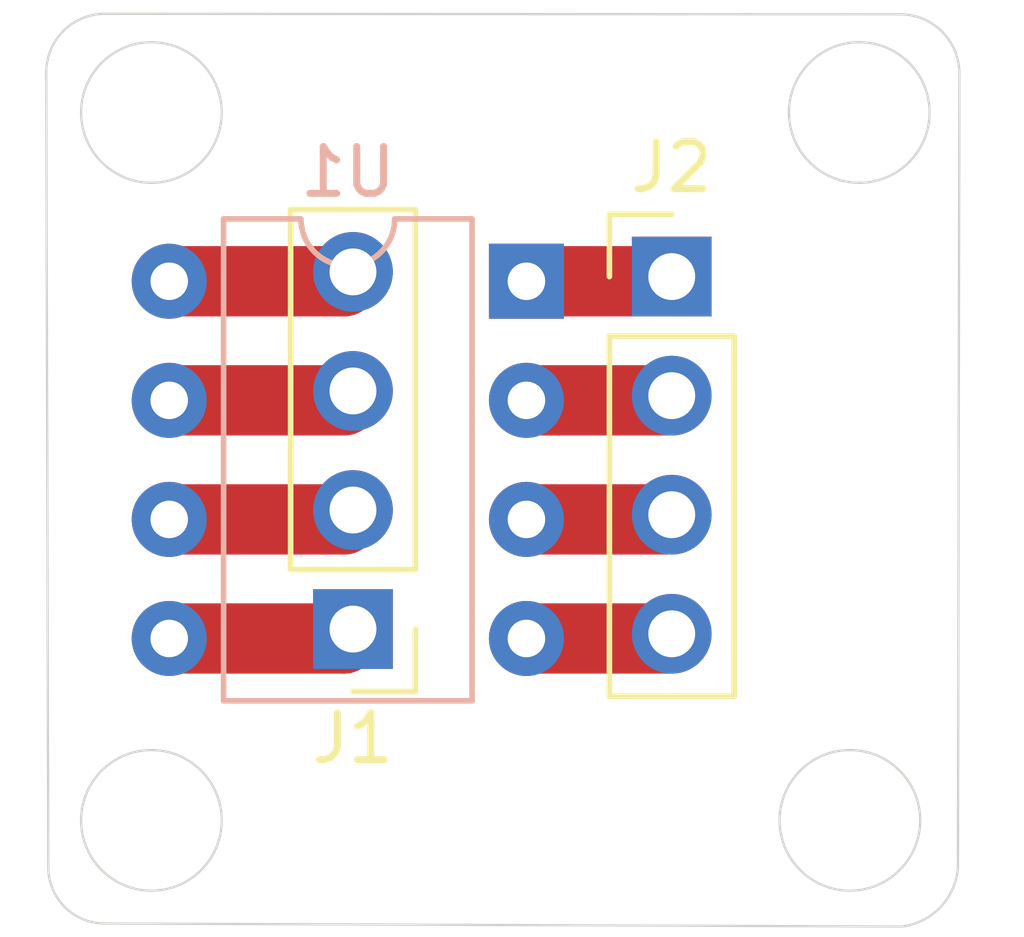
<source format=kicad_pcb>
(kicad_pcb (version 20240108) (generator "pcbnew") (generator_version "8.0")
  (layers (0 "F.Cu" signal) (31 "B.Cu" signal) (34 "B.Paste" user) (35 "F.Paste" user) (36 "B.SilkS" user "B.Silkscreen") (37 "F.SilkS" user "F.Silkscreen") (38 "B.Mask" user) (39 "F.Mask" user) (44 "Edge.Cuts" user))
  (net 0 "")
  (net 1 "Net-(J2-Pin_4)")
  (net 2 "Net-(J2-Pin_3)")
  (net 3 "Net-(J2-Pin_1)")
  (net 4 "Net-(J2-Pin_2)")
  (net 5 "Net-(J1-Pin_1)")
  (net 6 "Net-(J1-Pin_3)")
  (net 7 "Net-(J1-Pin_2)")
  (net 8 "Net-(J1-Pin_4)")
  (footprint "Connector_PinHeader_2.54mm:PinHeader_1x04_P2.54mm_Vertical" (layer "F.Cu") (at 132.8 93.42 180)
    (property "Reference" "J1" (at 0 -2.33 0) (layer "F.SilkS"))
    (property "Value" "Conn_01x04_Socket")
    (fp_line (start 1.33 1.27) (end 1.33 8.95) (stroke (width 0.12)) (layer "F.SilkS"))
    (fp_line (start -1.33 8.95) (end 1.33 8.95) (stroke (width 0.12)) (layer "F.SilkS"))
    (fp_line (start -1.33 1.27) (end 1.33 1.27) (stroke (width 0.12)) (layer "F.SilkS"))
    (fp_line (start -1.33 1.27) (end -1.33 8.95) (stroke (width 0.12)) (layer "F.SilkS"))
    (fp_line (start -1.33 0) (end -1.33 -1.33) (stroke (width 0.12)) (layer "F.SilkS"))
    (fp_line (start -1.33 -1.33) (end 0 -1.33) (stroke (width 0.12)) (layer "F.SilkS"))
    (pad "1" thru_hole rect (at 0 0 180) (size 1.7 1.7) (drill 1) (layers "*.Cu" "*.Mask") (net 5 "Net-(J1-Pin_1)"))
    (pad "2" thru_hole oval (at 0 2.54 180) (size 1.7 1.7) (drill 1) (layers "*.Cu" "*.Mask") (net 7 "Net-(J1-Pin_2)"))
    (pad "3" thru_hole oval (at 0 5.08 180) (size 1.7 1.7) (drill 1) (layers "*.Cu" "*.Mask") (net 6 "Net-(J1-Pin_3)"))
    (pad "4" thru_hole oval (at 0 7.62 180) (size 1.7 1.7) (drill 1) (layers "*.Cu" "*.Mask") (net 8 "Net-(J1-Pin_4)"))
  )
  (footprint "Connector_PinHeader_2.54mm:PinHeader_1x04_P2.54mm_Vertical" (layer "F.Cu") (at 139.6 85.9)
    (property "Reference" "J2" (at 0 -2.33 0) (layer "F.SilkS"))
    (property "Value" "Conn_01x04_Socket")
    (fp_line (start -1.33 -1.33) (end 0 -1.33) (stroke (width 0.12)) (layer "F.SilkS"))
    (fp_line (start -1.33 0) (end -1.33 -1.33) (stroke (width 0.12)) (layer "F.SilkS"))
    (fp_line (start -1.33 1.27) (end -1.33 8.95) (stroke (width 0.12)) (layer "F.SilkS"))
    (fp_line (start -1.33 1.27) (end 1.33 1.27) (stroke (width 0.12)) (layer "F.SilkS"))
    (fp_line (start -1.33 8.95) (end 1.33 8.95) (stroke (width 0.12)) (layer "F.SilkS"))
    (fp_line (start 1.33 1.27) (end 1.33 8.95) (stroke (width 0.12)) (layer "F.SilkS"))
    (pad "1" thru_hole rect (at 0 0) (size 1.7 1.7) (drill 1) (layers "*.Cu" "*.Mask") (net 3 "Net-(J2-Pin_1)"))
    (pad "2" thru_hole oval (at 0 2.54) (size 1.7 1.7) (drill 1) (layers "*.Cu" "*.Mask") (net 4 "Net-(J2-Pin_2)"))
    (pad "3" thru_hole oval (at 0 5.08) (size 1.7 1.7) (drill 1) (layers "*.Cu" "*.Mask") (net 2 "Net-(J2-Pin_3)"))
    (pad "4" thru_hole oval (at 0 7.62) (size 1.7 1.7) (drill 1) (layers "*.Cu" "*.Mask") (net 1 "Net-(J2-Pin_4)"))
  )
  (footprint "Package_DIP:DIP-8_W7.62mm" (layer "B.Cu") (at 136.5 86 180)
    (property "Reference" "U1" (at 3.81 2.33 0) (layer "B.SilkS") (effects (justify mirror)))
    (property "Value" "NE555P")
    (fp_line (start 6.46 1.33) (end 6.46 -8.95) (stroke (width 0.12)) (layer "B.SilkS"))
    (fp_line (start 6.46 -8.95) (end 1.16 -8.95) (stroke (width 0.12)) (layer "B.SilkS"))
    (fp_line (start 4.81 1.33) (end 6.46 1.33) (stroke (width 0.12)) (layer "B.SilkS"))
    (fp_line (start 1.16 1.33) (end 2.81 1.33) (stroke (width 0.12)) (layer "B.SilkS"))
    (fp_line (start 1.16 -8.95) (end 1.16 1.33) (stroke (width 0.12)) (layer "B.SilkS"))
    (fp_arc (start 2.81 1.33) (mid 3.81 0.33) (end 4.81 1.33) (stroke (width 0.12)) (layer "B.SilkS"))
    (pad "1" thru_hole rect (at 0 0 180) (size 1.6 1.6) (drill 0.8) (layers "*.Cu" "*.Mask") (net 3 "Net-(J2-Pin_1)"))
    (pad "2" thru_hole oval (at 0 -2.54 180) (size 1.6 1.6) (drill 0.8) (layers "*.Cu" "*.Mask") (net 4 "Net-(J2-Pin_2)"))
    (pad "3" thru_hole oval (at 0 -5.08 180) (size 1.6 1.6) (drill 0.8) (layers "*.Cu" "*.Mask") (net 2 "Net-(J2-Pin_3)"))
    (pad "4" thru_hole oval (at 0 -7.62 180) (size 1.6 1.6) (drill 0.8) (layers "*.Cu" "*.Mask") (net 1 "Net-(J2-Pin_4)"))
    (pad "5" thru_hole oval (at 7.62 -7.62 180) (size 1.6 1.6) (drill 0.8) (layers "*.Cu" "*.Mask") (net 5 "Net-(J1-Pin_1)"))
    (pad "6" thru_hole oval (at 7.62 -5.08 180) (size 1.6 1.6) (drill 0.8) (layers "*.Cu" "*.Mask") (net 7 "Net-(J1-Pin_2)"))
    (pad "7" thru_hole oval (at 7.62 -2.54 180) (size 1.6 1.6) (drill 0.8) (layers "*.Cu" "*.Mask") (net 6 "Net-(J1-Pin_3)"))
    (pad "8" thru_hole oval (at 7.62 0 180) (size 1.6 1.6) (drill 0.8) (layers "*.Cu" "*.Mask") (net 8 "Net-(J1-Pin_4)"))
  )
  (gr_arc (start 127.5 99.7) (mid 126.651472 99.348528) (end 126.3 98.5) (stroke (width 0.05)) (layer "Edge.Cuts"))
  (gr_line (start 126.3 98.5) (end 126.256802 81.543198) (stroke (width 0.05)) (layer "Edge.Cuts"))
  (gr_line (start 145.735537 81.567462) (end 145.70533 98.49467) (stroke (width 0.05)) (layer "Edge.Cuts"))
  (gr_line (start 144.507953 99.76487) (end 127.5 99.7) (stroke (width 0.05)) (layer "Edge.Cuts"))
  (gr_circle (center 128.5 82.4) (end 130 82.4) (stroke (width 0.05)) (fill none) (layer "Edge.Cuts"))
  (gr_circle (center 143.4 97.5) (end 144.9 97.5) (stroke (width 0.05)) (fill none) (layer "Edge.Cuts"))
  (gr_arc (start 144.49467 80.30533) (mid 145.373365 80.682486) (end 145.735537 81.567462) (stroke (width 0.05)) (layer "Edge.Cuts"))
  (gr_circle (center 128.5 97.5) (end 130 97.5) (stroke (width 0.05)) (fill none) (layer "Edge.Cuts"))
  (gr_arc (start 126.256802 81.543198) (mid 126.622487 80.660355) (end 127.50533 80.29467) (stroke (width 0.05)) (layer "Edge.Cuts"))
  (gr_circle (center 143.6 82.4) (end 145.1 82.4) (stroke (width 0.05)) (fill none) (layer "Edge.Cuts"))
  (gr_arc (start 145.70533 98.49467) (mid 145.335923 99.345906) (end 144.507953 99.76487) (stroke (width 0.05)) (layer "Edge.Cuts"))
  (gr_line (start 127.50533 80.29467) (end 144.49467 80.30533) (stroke (width 0.05)) (layer "Edge.Cuts"))
  (segment (start 136.5 93.62) (end 139.5 93.62) (width 1.5) (layer "F.Cu") (net 1))
  (segment (start 139.5 93.62) (end 139.6 93.52) (width 1.5) (layer "F.Cu") (net 1))
  (segment (start 136.5 91.08) (end 139.5 91.08) (width 1.5) (layer "F.Cu") (net 2))
  (segment (start 139.5 91.08) (end 139.6 90.98) (width 1.5) (layer "F.Cu") (net 2))
  (segment (start 136.5 86) (end 139.5 86) (width 1.5) (layer "F.Cu") (net 3))
  (segment (start 139.5 86) (end 139.6 85.9) (width 1.5) (layer "F.Cu") (net 3))
  (segment (start 136.5 88.54) (end 139.5 88.54) (width 1.5) (layer "F.Cu") (net 4))
  (segment (start 139.5 88.54) (end 139.6 88.44) (width 1.5) (layer "F.Cu") (net 4))
  (segment (start 128.88 93.62) (end 132.6 93.62) (width 1.5) (layer "F.Cu") (net 5))
  (segment (start 132.6 93.62) (end 132.8 93.42) (width 1.5) (layer "F.Cu") (net 5))
  (segment (start 128.88 88.54) (end 132.6 88.54) (width 1.5) (layer "F.Cu") (net 6))
  (segment (start 132.6 88.54) (end 132.8 88.34) (width 1.5) (layer "F.Cu") (net 6))
  (segment (start 128.88 91.08) (end 132.6 91.08) (width 1.5) (layer "F.Cu") (net 7))
  (segment (start 132.6 91.08) (end 132.8 90.88) (width 1.5) (layer "F.Cu") (net 7))
  (segment (start 128.88 86) (end 132.6 86) (width 1.5) (layer "F.Cu") (net 8))
  (segment (start 132.6 86) (end 132.8 85.8) (width 1.5) (layer "F.Cu") (net 8))
)
</source>
